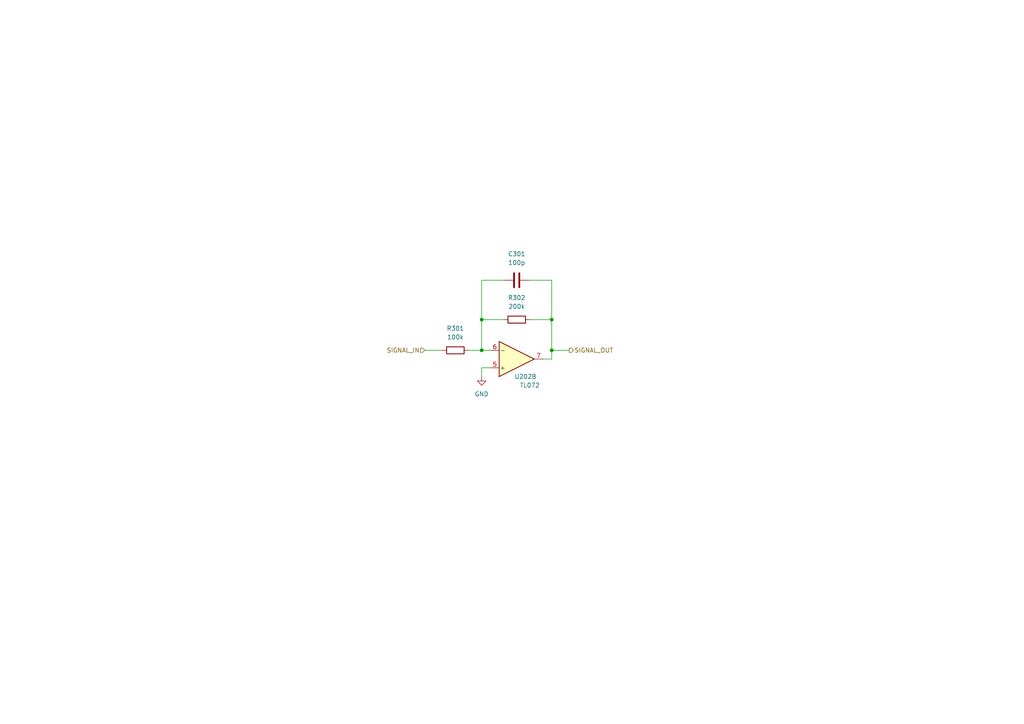
<source format=kicad_sch>
(kicad_sch (version 20211123) (generator eeschema)
  (paper "A4")
  (title_block (title "Josh Ox Ribbon Synth Mod Osc board") (date "2022-06-17") (rev "0") (comment 2 "creativecommons.org/licences/by/4.0") (comment 3 "license: CC by 4.0") (comment 4 "Author: Jordan Aceto"))
  (lib_symbols
    (symbol "Amplifier_Operational:TL072" (pin_names (offset 0.127))
      (property "Reference" "U" (at 0 5.08 0))
      (property "Value" "TL072" (at 0 -5.08 0))
      (symbol "TL072_1_1"
        (polyline (pts (xy -5.08 5.08) (xy 5.08 0) (xy -5.08 -5.08) (xy -5.08 5.08)) (stroke (width 0.254)) (fill (type background)))
        (pin output line (at 7.62 0 180) (length 2.54) (name "~") (number "1"))
        (pin input line (at -7.62 -2.54 0) (length 2.54) (name "-") (number "2"))
        (pin input line (at -7.62 2.54 0) (length 2.54) (name "+") (number "3"))
      )
      (symbol "TL072_2_1"
        (polyline (pts (xy -5.08 5.08) (xy 5.08 0) (xy -5.08 -5.08) (xy -5.08 5.08)) (stroke (width 0.254)) (fill (type background)))
        (pin input line (at -7.62 2.54 0) (length 2.54) (name "+") (number "5"))
        (pin input line (at -7.62 -2.54 0) (length 2.54) (name "-") (number "6"))
        (pin output line (at 7.62 0 180) (length 2.54) (name "~") (number "7"))
      )
      (symbol "TL072_3_1"
        (pin power_in line (at -2.54 -7.62 90) (length 3.81) (name "V-") (number "4"))
        (pin power_in line (at -2.54 7.62 270) (length 3.81) (name "V+") (number "8"))
      )
    )
    (symbol "Device:C" (pin_numbers hide) (pin_names (offset 0.254))
      (property "Reference" "C" (at 0.635 2.54 0))
      (property "Value" "C" (at 0.635 -2.54 0))
      (symbol "C_0_1"
        (polyline (pts (xy -2.032 -0.762) (xy 2.032 -0.762)) (stroke (width 0.508)))
        (polyline (pts (xy -2.032 0.762) (xy 2.032 0.762)) (stroke (width 0.508)))
      )
      (symbol "C_1_1"
        (pin passive line (at 0 3.81 270) (length 2.794) (name "~") (number "1"))
        (pin passive line (at 0 -3.81 90) (length 2.794) (name "~") (number "2"))
      )
    )
    (symbol "Device:R" (pin_numbers hide) (pin_names (offset 0))
      (property "Reference" "R" (at 2.032 0 90))
      (property "Value" "R" (at 0 0 90))
      (symbol "R_0_1"
        (rectangle (start -1.016 -2.54) (end 1.016 2.54) (stroke (width 0.254)))
      )
      (symbol "R_1_1"
        (pin passive line (at 0 3.81 270) (length 1.27) (name "~") (number "1"))
        (pin passive line (at 0 -3.81 90) (length 1.27) (name "~") (number "2"))
      )
    )
    (symbol "power:GND" (power) (pin_names (offset 0))
      (property "Value" "GND" (at 0 -3.81 0))
      (symbol "GND_0_1"
        (polyline (pts (xy 0 0) (xy 0 -1.27) (xy 1.27 -1.27) (xy 0 -2.54) (xy -1.27 -1.27) (xy 0 -1.27)))
      )
      (symbol "GND_1_1"
        (pin power_in line (at 0 0 270) (length 0) hide (name "GND") (number "1"))
      )
    )
  )
  (junction (at 160.02 101.6))
  (junction (at 139.7 101.6))
  (junction (at 139.7 92.71))
  (junction (at 160.02 92.71))
  (wire (pts (xy 160.02 104.14) (xy 157.48 104.14)))
  (wire (pts (xy 139.7 109.22) (xy 139.7 106.68)))
  (wire (pts (xy 142.24 101.6) (xy 139.7 101.6)))
  (wire (pts (xy 153.67 92.71) (xy 160.02 92.71)))
  (wire (pts (xy 139.7 101.6) (xy 139.7 92.71)))
  (wire (pts (xy 139.7 81.28) (xy 139.7 92.71)))
  (wire (pts (xy 160.02 101.6) (xy 160.02 104.14)))
  (wire (pts (xy 135.89 101.6) (xy 139.7 101.6)))
  (wire (pts (xy 160.02 101.6) (xy 165.1 101.6)))
  (wire (pts (xy 153.67 81.28) (xy 160.02 81.28)))
  (wire (pts (xy 139.7 92.71) (xy 146.05 92.71)))
  (wire (pts (xy 123.19 101.6) (xy 128.27 101.6)))
  (wire (pts (xy 160.02 92.71) (xy 160.02 101.6)))
  (wire (pts (xy 160.02 81.28) (xy 160.02 92.71)))
  (wire (pts (xy 146.05 81.28) (xy 139.7 81.28)))
  (wire (pts (xy 139.7 106.68) (xy 142.24 106.68)))
  (hierarchical_label "SIGNAL_OUT" (shape output) (at 165.1 101.6 0))
  (hierarchical_label "SIGNAL_IN" (shape input) (at 123.19 101.6 180))
  (symbol (lib_id "power:GND") (at 139.7 109.22 0) (unit 1)
    (property "Reference" "#PWR0301" (effects hide))
    (property "Value" "GND" (at 139.7 114.3 0))
  )
  (symbol (lib_id "Device:C") (at 149.86 81.28 90) (unit 1)
    (property "Reference" "C301" (at 149.86 73.66 90))
    (property "Value" "100p" (at 149.86 76.2 90))
    (property "Footprint" "Capacitor_SMD:C_0805_2012Metric" (effects hide))
  )
  (symbol (lib_id "Device:R") (at 132.08 101.6 90) (unit 1)
    (property "Reference" "R301" (at 132.08 95.25 90))
    (property "Value" "100k" (at 132.08 97.79 90))
    (property "Footprint" "Resistor_SMD:R_0805_2012Metric" (effects hide))
  )
  (symbol (lib_id "Amplifier_Operational:TL072") (at 149.86 104.14 0) (mirror x) (unit 2)
    (property "Reference" "U202" (at 152.4 109.22 0))
    (property "Value" "TL072" (at 153.67 111.76 0))
    (property "Footprint" "Package_SO:SO-8_5.3x6.2mm_P1.27mm" (effects hide))
    (property "Datasheet" "http://www.ti.com/lit/ds/symlink/tl071.pdf" (effects hide))
  )
  (symbol (lib_id "Device:R") (at 149.86 92.71 90) (unit 1)
    (property "Reference" "R302" (at 149.86 86.36 90))
    (property "Value" "200k" (at 149.86 88.9 90))
    (property "Footprint" "Resistor_SMD:R_0805_2012Metric" (effects hide))
  )
)
</source>
